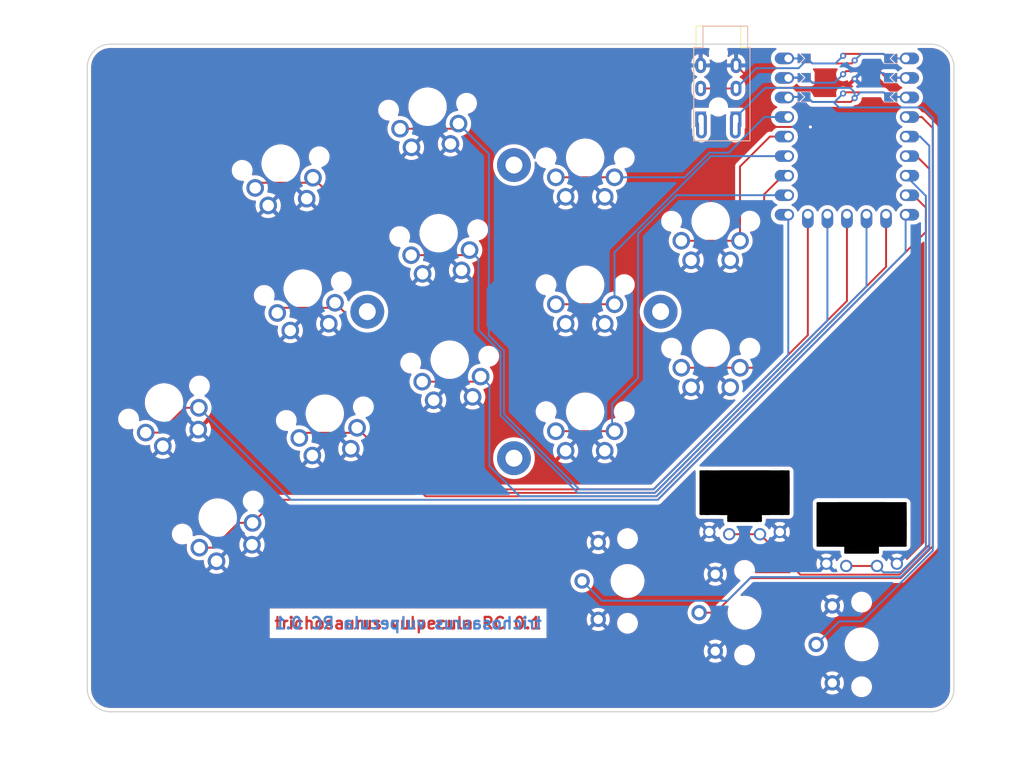
<source format=kicad_pcb>
(kicad_pcb (version 20211014) (generator pcbnew)
  (title_block (title "berylline_mx_min") (rev "v1.0.0") (company "Unknown"))
  (layers (0 "F.Cu" signal) (31 "B.Cu" signal) (34 "B.Paste" user) (35 "F.Paste" user) (36 "B.SilkS" user "B.Silkscreen") (37 "F.SilkS" user "F.Silkscreen") (38 "B.Mask" user) (39 "F.Mask" user) (44 "Edge.Cuts" user))
  (net 0 "")
  (net 1 "GND")
  (net 2 "matrix_pinky_home")
  (net 3 "matrix_pinky_top")
  (net 4 "matrix_ring_bottom")
  (net 5 "matrix_ring_home")
  (net 6 "matrix_ring_top")
  (net 7 "matrix_middle_bottom")
  (net 8 "matrix_middle_home")
  (net 9 "matrix_middle_top")
  (net 10 "matrix_index_bottom")
  (net 11 "matrix_index_home")
  (net 12 "matrix_index_top")
  (net 13 "matrix_inner_home")
  (net 14 "matrix_inner_top")
  (net 15 "thumb_tucky")
  (net 16 "thumb_homey")
  (net 17 "thumb_reachy")
  (net 18 "thumb_homey_chord")
  (net 19 "thumb_reachy_chord")
  (net 20 "SERIAL")
  (net 21 "VCC")
  (net 22 "P23")
  (net 23 "P2")
  (footprint "" (layer "F.Cu") (at 251 112.25)
    (fp_text reference "")
    (fp_text value "")
  )
  (footprint "MX" (layer "F.Cu") (at 198.469904 135.301277 -175)
    (fp_text reference "S7" hide)
    (fp_text value "" hide)
  )
  (footprint "MX" (layer "F.Cu") (at 197.031834 118.864065 -175)
    (fp_text reference "S8" hide)
    (fp_text value "" hide)
  )
  (footprint "" (layer "F.Cu") (at 246.516332 117.60052 90)
    (fp_text reference "")
    (fp_text value "")
  )
  (footprint "" (layer "F.Cu") (at 251 117.146671)
    (fp_text reference "")
    (fp_text value "")
  )
  (footprint "MX" (layer "F.Cu") (at 180.81781 142.507784 -170)
    (fp_text reference "S4" hide)
    (fp_text value "" hide)
  )
  (footprint "" (layer "F.Cu") (at 257.622723 117.603329 -90)
    (fp_text reference "")
    (fp_text value "")
  )
  (footprint "" (layer "F.Cu") (at 258.122723 115.103329 -90)
    (fp_text reference "")
    (fp_text value "")
  )
  (footprint "" (layer "F.Cu") (at 246.540332 115.10052 90)
    (fp_text reference "")
    (fp_text value "")
  )
  (footprint "" (layer "F.Cu") (at 256.598723 115.103329 -90)
    (fp_text reference "")
    (fp_text value "")
  )
  (footprint "MX" (layer "F.Cu") (at 169.775416 172.261445 -155)
    (fp_text reference "S1" hide)
    (fp_text value "" hide)
  )
  (footprint "pg1350:pg1350-RS" (layer "F.Cu") (at 223 180.5 90)
    (fp_text reference "REF**" hide)
    (fp_text value "pg1350-RS")
  )
  (footprint "mcu:rp2040-zero-tht" (layer "F.Cu") (at 251.5 122.75)
    (fp_text reference "U?" hide)
    (fp_text value "rp2040-zero-tht" hide)
  )
  (footprint "" (layer "F.Cu") (at 252.5 117.75)
    (fp_text reference "")
    (fp_text value "")
  )
  (footprint "kbd:Tenting_Puck2" (layer "F.Cu") (at 208.25 145.5)
    (fp_text reference "REF**")
    (fp_text value "Tenting Puck")
  )
  (footprint "MX" (layer "F.Cu") (at 217.5 158.5 180)
    (fp_text reference "S9" hide)
    (fp_text value "" hide)
  )
  (footprint "MX" (layer "F.Cu") (at 233.8 150.25 180)
    (fp_text reference "S12" hide)
    (fp_text value "" hide)
  )
  (footprint "" (layer "F.Cu") (at 256.622723 112.603329 -90)
    (fp_text reference "")
    (fp_text value "")
  )
  (footprint "" (layer "F.Cu") (at 257.638723 112.603329 -90)
    (fp_text reference "")
    (fp_text value "")
  )
  (footprint "" (layer "F.Cu") (at 245.500332 117.60052 90)
    (fp_text reference "")
    (fp_text value "")
  )
  (footprint "" (layer "F.Cu") (at 258.146723 112.603329 -90)
    (fp_text reference "")
    (fp_text value "")
  )
  (footprint "MX" (layer "F.Cu") (at 183.683005 158.757112 -170)
    (fp_text reference "S3" hide)
    (fp_text value "" hide)
  )
  (footprint "local-libraries:Jack_3.5mm_PJ320E_Horizontal_reversible" (layer "F.Cu") (at 232.5 120.5)
    (fp_text reference "J2" hide)
    (fp_text value "Serial")
  )
  (footprint "" (layer "F.Cu") (at 246.532332 112.60052 90)
    (fp_text reference "")
    (fp_text value "")
  )
  (footprint "pg1350:pg1350-RS" (layer "F.Cu") (at 238.2 184.625 90)
    (fp_text reference "REF**" hide)
    (fp_text value "pg1350-RS")
  )
  (footprint "" (layer "F.Cu") (at 258.130723 117.603329 -90)
    (fp_text reference "")
    (fp_text value "")
  )
  (footprint "MX" (layer "F.Cu") (at 199.907974 151.73849 -175)
    (fp_text reference "S6" hide)
    (fp_text value "" hide)
  )
  (footprint "pg1232:pg1232-pm" (layer "F.Cu") (at 253.403335 173.154411)
    (fp_text reference "REF**" hide)
    (fp_text value "pg1232-pm")
  )
  (footprint "" (layer "F.Cu") (at 256.606723 117.603329 -90)
    (fp_text reference "")
    (fp_text value "")
  )
  (footprint "" (layer "F.Cu") (at 244.992332 117.60052 90)
    (fp_text reference "")
    (fp_text value "")
  )
  (footprint "" (layer "F.Cu") (at 251 114.646671)
    (fp_text reference "")
    (fp_text value "")
  )
  (footprint "" (layer "F.Cu") (at 252.5 115.25)
    (fp_text reference "")
    (fp_text value "")
  )
  (footprint "" (layer "F.Cu") (at 245.524332 115.10052 90)
    (fp_text reference "")
    (fp_text value "")
  )
  (footprint "" (layer "F.Cu") (at 245.016332 115.10052 90)
    (fp_text reference "")
    (fp_text value "")
  )
  (footprint "" (layer "F.Cu") (at 245.008332 112.60052 90)
    (fp_text reference "")
    (fp_text value "")
  )
  (footprint "MX" (layer "F.Cu") (at 217.5 125.5 180)
    (fp_text reference "S11" hide)
    (fp_text value "" hide)
  )
  (footprint "MX" (layer "F.Cu") (at 162.802215 157.307366 -155)
    (fp_text reference "S2" hide)
    (fp_text value "" hide)
  )
  (footprint "" (layer "F.Cu") (at 252.5 112.853329)
    (fp_text reference "")
    (fp_text value "")
  )
  (footprint "MX" (layer "F.Cu") (at 233.8 133.75 180)
    (fp_text reference "S13" hide)
    (fp_text value "" hide)
  )
  (footprint "MX" (layer "F.Cu") (at 177.952615 126.258456 -170)
    (fp_text reference "S5" hide)
    (fp_text value "" hide)
  )
  (footprint "MX" (layer "F.Cu") (at 217.5 142 180)
    (fp_text reference "S10" hide)
    (fp_text value "" hide)
  )
  (footprint "pg1232:pg1232-pm" (layer "F.Cu") (at 238.203335 169.029411)
    (fp_text reference "REF**" hide)
    (fp_text value "pg1232-pm")
  )
  (footprint "pg1350:pg1350-RS" (layer "F.Cu") (at 253.4 188.75 90)
    (fp_text reference "REF**" hide)
    (fp_text value "pg1350-RS")
  )
  (footprint "" (layer "F.Cu") (at 257.614723 115.103329 -90)
    (fp_text reference "")
    (fp_text value "")
  )
  (footprint "" (layer "F.Cu") (at 245.516332 112.60052 90)
    (fp_text reference "")
    (fp_text value "")
  )
  (footprint "" (layer "B.Cu") (at 244.976 112.588363 -90)
    (fp_text reference "")
    (fp_text value "")
  )
  (footprint "" (layer "B.Cu") (at 245.508 115.088363 -90)
    (fp_text reference "")
    (fp_text value "")
  )
  (footprint "" (layer "B.Cu") (at 256.585 115.10052 90)
    (fp_text reference "")
    (fp_text value "")
  )
  (footprint "" (layer "B.Cu") (at 257.625 117.60052 90)
    (fp_text reference "")
    (fp_text value "")
  )
  (footprint "" (layer "B.Cu") (at 257.609 112.60052 90)
    (fp_text reference "")
    (fp_text value "")
  )
  (footprint "" (layer "B.Cu") (at 246.5 112.588363 -90)
    (fp_text reference "")
    (fp_text value "")
  )
  (footprint "" (layer "B.Cu") (at 244.992 117.588363 -90)
    (fp_text reference "")
    (fp_text value "")
  )
  (footprint "" (layer "B.Cu") (at 245.484 112.588363 -90)
    (fp_text reference "")
    (fp_text value "")
  )
  (footprint "" (layer "B.Cu") (at 258.117 112.60052 90)
    (fp_text reference "")
    (fp_text value "")
  )
  (footprint "" (layer "B.Cu") (at 258.109 115.10052 90)
    (fp_text reference "")
    (fp_text value "")
  )
  (footprint "" (layer "B.Cu") (at 245.5 117.588363 -90)
    (fp_text reference "")
    (fp_text value "")
  )
  (footprint "" (layer "B.Cu") (at 246.524 115.088363 -90)
    (fp_text reference "")
    (fp_text value "")
  )
  (footprint "" (layer "B.Cu") (at 257.601 115.10052 90)
    (fp_text reference "")
    (fp_text value "")
  )
  (footprint "" (layer "B.Cu") (at 256.593 112.60052 90)
    (fp_text reference "")
    (fp_text value "")
  )
  (footprint "" (layer "B.Cu") (at 246.516 117.588363 -90)
    (fp_text reference "")
    (fp_text value "")
  )
  (footprint "" (layer "B.Cu") (at 258.133 117.60052 90)
    (fp_text reference "")
    (fp_text value "")
  )
  (footprint "" (layer "B.Cu") (at 245 115.088363 -90)
    (fp_text reference "")
    (fp_text value "")
  )
  (footprint "" (layer "B.Cu") (at 256.609 117.60052 90)
    (fp_text reference "")
    (fp_text value "")
  )
  (gr_line (start 262.4 197.5) (end 155.83527 197.5) (layer "Edge.Cuts") (width 0.15))
  (gr_line (start 155.83527 110.738936) (end 262.4 110.738936) (layer "Edge.Cuts") (width 0.15))
  (gr_arc (start 265.4 194.5) (mid 264.52132 196.62132) (end 262.4 197.5) (layer "Edge.Cuts") (width 0.15))
  (gr_line (start 265.4 113.738936) (end 265.4 194.5) (layer "Edge.Cuts") (width 0.15))
  (gr_line (start 152.83527 194.5) (end 152.83527 113.738936) (layer "Edge.Cuts") (width 0.15))
  (gr_arc (start 262.4 110.738936) (mid 264.521308 111.617618) (end 265.4 113.738936) (layer "Edge.Cuts") (width 0.15))
  (gr_arc (start 155.83527 197.5) (mid 153.71395 196.62132) (end 152.83527 194.5) (layer "Edge.Cuts") (width 0.15))
  (gr_arc (start 152.83527 113.738936) (mid 153.713958 111.617624) (end 155.83527 110.738936) (layer "Edge.Cuts") (width 0.15))
  (gr_text "trichosaurus vulpecula RC 0.1" (at 194.5 186) (layer "F.Cu") (effects (font (size 1.5 1.5) (thickness 0.3))))
  (gr_text "trichosaurus vulpecula RC 0.1" (at 194.5 186) (layer "B.Cu") (effects (font (size 1.5 1.5) (thickness 0.3)) (justify mirror)))
  (segment (start 246.540332 115.290332) (end 247 115.75) (width 0.25) (layer "F.Cu") (net 1))
  (segment (start 248.091339 116.408661) (end 240.008661 116.408661) (width 0.25) (layer "F.Cu") (net 1))
  (segment (start 246.75 121.5) (end 240.75 121.5) (width 0.25) (layer "F.Cu") (net 1))
  (segment (start 248.75 115.75) (end 248.091339 116.408661) (width 0.25) (layer "F.Cu") (net 1))
  (segment (start 246.540332 115.10052) (end 246.540332 115.290332) (width 0.25) (layer "F.Cu") (net 1))
  (segment (start 247 115.75) (end 248.75 115.75) (width 0.25) (layer "F.Cu") (net 1))
  (segment (start 240.008661 116.408661) (end 237.1 113.5) (width 0.25) (layer "F.Cu") (net 1))
  (segment (start 248.75 115.75) (end 252 115.75) (width 0.25) (layer "F.Cu") (net 1))
  (segment (start 232.5 113.5) (end 237.1 113.5) (width 0.25) (layer "F.Cu") (net 1))
  (segment (start 252 115.75) (end 252.5 115.25) (width 0.25) (layer "F.Cu") (net 1))
  (via (at 246.75 121.5) (size 0.8) (drill 0.4) (layers "F.Cu" "B.Cu") (net 1))
  (segment (start 256.25 114.5) (end 253.25 114.5) (width 0.25) (layer "B.Cu") (net 1))
  (segment (start 256.585 115.10052) (end 256.585 114.835) (width 0.25) (layer "B.Cu") (net 1))
  (segment (start 256.585 114.835) (end 256.25 114.5) (width 0.25) (layer "B.Cu") (net 1))
  (segment (start 253.25 114.5) (end 252.5 115.25) (width 0.25) (layer "B.Cu") (net 1))
  (segment (start 169.212673 176.173642) (end 172.433024 172.953291) (width 0.25) (layer "F.Cu") (net 2))
  (segment (start 177.30567 169.94952) (end 226.936198 169.94952) (width 0.25) (layer "F.Cu") (net 2))
  (segment (start 172.433024 172.953291) (end 174.301899 172.953291) (width 0.25) (layer "F.Cu") (net 2))
  (segment (start 261.75 132) (end 260.12 130.37) (width 0.25) (layer "F.Cu") (net 2))
  (segment (start 260.12 130.37) (end 259.12 130.37) (width 0.25) (layer "F.Cu") (net 2))
  (segment (start 167.395834 176.173642) (end 169.212673 176.173642) (width 0.25) (layer "F.Cu") (net 2))
  (segment (start 261.75 135.135718) (end 261.75 132) (width 0.25) (layer "F.Cu") (net 2))
  (segment (start 226.936198 169.94952) (end 261.75 135.135718) (width 0.25) (layer "F.Cu") (net 2))
  (segment (start 174.301899 172.953291) (end 177.30567 169.94952) (width 0.25) (layer "F.Cu") (net 2))
  (segment (start 162.239472 161.219563) (end 165.459823 157.999212) (width 0.25) (layer "F.Cu") (net 3))
  (segment (start 160.422633 161.219563) (end 162.239472 161.219563) (width 0.25) (layer "F.Cu") (net 3))
  (segment (start 165.459823 157.999212) (end 167.328698 157.999212) (width 0.25) (layer "F.Cu") (net 3))
  (segment (start 226.936198 169.94952) (end 259.12 137.765718) (width 0.25) (layer "B.Cu") (net 3))
  (segment (start 259.12 137.765718) (end 259.12 132.91) (width 0.25) (layer "B.Cu") (net 3))
  (segment (start 179.279006 169.94952) (end 226.936198 169.94952) (width 0.25) (layer "B.Cu") (net 3))
  (segment (start 167.328698 157.999212) (end 179.279006 169.94952) (width 0.25) (layer "B.Cu") (net 3))
  (segment (start 187.876189 160.596924) (end 196.779265 169.5) (width 0.25) (layer "F.Cu") (net 4))
  (segment (start 187.223113 161.25) (end 181.042077 161.25) (width 0.25) (layer "F.Cu") (net 4))
  (segment (start 187.876189 160.596924) (end 187.223113 161.25) (width 0.25) (layer "F.Cu") (net 4))
  (segment (start 181.042077 161.25) (end 180.371954 161.920123) (width 0.25) (layer "F.Cu") (net 4))
  (segment (start 226.75 169.5) (end 256.58 139.67) (width 0.25) (layer "F.Cu") (net 4))
  (segment (start 196.779265 169.5) (end 226.75 169.5) (width 0.25) (layer "F.Cu") (net 4))
  (segment (start 256.58 139.67) (end 256.58 132.91) (width 0.25) (layer "F.Cu") (net 4))
  (segment (start 190.25 162.335017) (end 196.957492 169.042509) (width 0.25) (layer "F.Cu") (net 5))
  (segment (start 184.35859 145) (end 178.177554 145) (width 0.25) (layer "F.Cu") (net 5))
  (segment (start 185.010994 144.347596) (end 184.35859 145) (width 0.25) (layer "F.Cu") (net 5))
  (segment (start 186.25 148.75) (end 190.25 152.75) (width 0.25) (layer "F.Cu") (net 5))
  (segment (start 251.5 144.114282) (end 251.5 132.91) (width 0.25) (layer "F.Cu") (net 5))
  (segment (start 185.010994 144.347596) (end 186.25 145.586602) (width 0.25) (layer "F.Cu") (net 5))
  (segment (start 196.965463 169.05048) (end 226.563802 169.05048) (width 0.25) (layer "F.Cu") (net 5))
  (segment (start 226.563802 169.05048) (end 251.5 144.114282) (width 0.25) (layer "F.Cu") (net 5))
  (segment (start 190.25 152.75) (end 190.25 162.335017) (width 0.25) (layer "F.Cu") (net 5))
  (segment (start 186.25 145.586602) (end 186.25 148.75) (width 0.25) (layer "F.Cu") (net 5))
  (segment (start 178.177554 145) (end 177.506759 145.670795) (width 0.25) (layer "F.Cu") (net 5))
  (segment (start 181.494067 128.75) (end 175.313031 128.75) (width 0.25) (layer "F.Cu") (net 6))
  (segment (start 182.145799 128.098268) (end 181.494067 128.75) (width 0.25) (layer "F.Cu") (net 6))
  (segment (start 182.145799 128.098268) (end 192.75 138.702469) (width 0.25) (layer "F.Cu") (net 6))
  (segment (start 192.75 143.5) (end 192.75 164.199299) (width 0.25) (layer "F.Cu") (net 6))
  (segment (start 192.75 164.199299) (end 197.151661 168.60096) (width 0.25) (layer "F.Cu") (net 6))
  (segment (start 192.75 138.702469) (end 192.75 143.5) (width 0.25) (layer "F.Cu") (net 6))
  (segment (start 226.377604 168.60096) (end 246.42 148.558564) (width 0.25) (layer "F.Cu") (net 6))
  (segment (start 246.42 148.558564) (end 246.42 132.91) (width 0.25) (layer "F.Cu") (net 6))
  (segment (start 197.151661 168.60096) (end 226.377604 168.60096) (width 0.25) (layer "F.Cu") (net 6))
  (segment (start 175.313031 128.75) (end 174.641564 129.421467) (width 0.25) (layer "F.Cu") (net 6))
  (segment (start 196.333848 154.600888) (end 203.260724 154.600888) (width 0.25) (layer "F.Cu") (net 7))
  (segment (start 203.260724 154.600888) (end 203.924851 153.936761) (width 0.25) (layer "F.Cu") (net 7))
  (segment (start 254.04 142.21) (end 254.04 132.91) (width 0.25) (layer "B.Cu") (net 7))
  (segment (start 209 169.5) (end 226.75 169.5) (width 0.25) (layer "B.Cu") (net 7))
  (segment (start 205.067851 165.567851) (end 209 169.5) (width 0.25) (layer "B.Cu") (net 7))
  (segment (start 205.067851 155.079761) (end 205.067851 165.567851) (width 0.25) (layer "B.Cu") (net 7))
  (segment (start 203.924851 153.936761) (end 205.067851 155.079761) (width 0.25) (layer "B.Cu") (net 7))
  (segment (start 226.75 169.5) (end 254.04 142.21) (width 0.25) (layer "B.Cu") (net 7))
  (segment (start 201.822654 138.163675) (end 202.486781 137.499548) (width 0.25) (layer "F.Cu") (net 8))
  (segment (start 194.895778 138.163675) (end 201.822654 138.163675) (width 0.25) (layer "F.Cu") (net 8))
  (segment (start 206.5 150.75) (end 206.5 159) (width 0.25) (layer "B.Cu") (net 8))
  (segment (start 206.5 159) (end 216.55048 169.05048) (width 0.25) (layer "B.Cu") (net 8))
  (segment (start 203.629781 147.879781) (end 206.5 150.75) (width 0.25) (layer "B.Cu") (net 8))
  (segment (start 248.96 146.654282) (end 248.96 132.91) (width 0.25) (layer "B.Cu") (net 8))
  (segment (start 216.55048 169.05048) (end 226.563802 169.05048) (width 0.25) (layer "B.Cu") (net 8))
  (segment (start 202.486781 137.499548) (end 203.629781 138.642548) (width 0.25) (layer "B.Cu") (net 8))
  (segment (start 203.629781 138.642548) (end 203.629781 147.879781) (width 0.25) (layer "B.Cu") (net 8))
  (segment (start 226.563802 169.05048) (end 248.96 146.654282) (width 0.25) (layer "B.Cu") (net 8))
  (segment (start 200.384584 121.726463) (end 201.048711 121.062336) (width 0.25) (layer "F.Cu") (net 9))
  (segment (start 193.457708 121.726463) (end 200.384584 121.726463) (width 0.25) (layer "F.Cu") (net 9))
  (segment (start 216.736678 168.60096) (end 206.94952 158.813802) (width 0.25) (layer "B.Cu") (net 9))
  (segment (start 205 148.614283) (end 205 125.013625) (width 0.25) (layer "B.Cu") (net 9))
  (segment (start 243.88 151.098564) (end 226.377604 168.60096) (width 0.25) (layer "B.Cu") (net 9))
  (segment (start 206.94952 150.563802) (end 205 148.614283) (width 0.25) (layer "B.Cu") (net 9))
  (segment (start 243.88 132.91) (end 243.88 151.098564) (width 0.25) (layer "B.Cu") (net 9))
  (segment (start 206.94952 158.813802) (end 206.94952 150.563802) (width 0.25) (layer "B.Cu") (net 9))
  (segment (start 205 125.013625) (end 201.048711 121.062336) (width 0.25) (layer "B.Cu") (net 9))
  (segment (start 226.377604 168.60096) (end 216.736678 168.60096) (width 0.25) (layer "B.Cu") (net 9))
  (segment (start 213.69 161.04) (end 221.31 161.04) (width 0.25) (layer "F.Cu") (net 10))
  (segment (start 224.375 135.375) (end 224.375 154.125) (width 0.25) (layer "B.Cu") (net 10))
  (segment (start 243.88 130.37) (end 229.38 130.37) (width 0.25) (layer "B.Cu") (net 10))
  (segment (start 224.375 154.125) (end 221 157.5) (width 0.25) (layer "B.Cu") (net 10))
  (segment (start 229.38 130.37) (end 224.375 135.375) (width 0.25) (layer "B.Cu") (net 10))
  (segment (start 221 157.5) (end 221 160.73) (width 0.25) (layer "B.Cu") (net 10))
  (segment (start 221 160.73) (end 221.31 161.04) (width 0.25) (layer "B.Cu") (net 10))
  (segment (start 213.69 144.54) (end 221.31 144.54) (width 0.25) (layer "F.Cu") (net 11))
  (segment (start 221.31 137.804282) (end 226.30048 132.813802) (width 0.25) (layer "B.Cu") (net 11))
  (segment (start 221.31 144.54) (end 221.31 137.804282) (width 0.25) (layer "B.Cu") (net 11))
  (segment (start 226.30048 132.813803) (end 233.824283 125.29) (width 0.25) (layer "B.Cu") (net 11))
  (segment (start 233.824283 125.29) (end 243.88 125.29) (width 0.25) (layer "B.Cu") (net 11))
  (segment (start 213.69 128.04) (end 221.31 128.04) (width 0.25) (layer "F.Cu") (net 12))
  (segment (start 221.31 128.04) (end 230.438565 128.04) (width 0.25) (layer "B.Cu") (net 12))
  (segment (start 233.638086 124.84048) (end 236.15952 124.84048) (width 0.25) (layer "B.Cu") (net 12))
  (segment (start 240.79 120.21) (end 243.88 120.21) (width 0.25) (layer "B.Cu") (net 12))
  (segment (start 236.15952 124.84048) (end 240.79 120.21) (width 0.25) (layer "B.Cu") (net 12))
  (segment (start 230.438565 128.04) (end 233.638086 124.84048) (width 0.25) (layer "B.Cu") (net 12))
  (segment (start 229.99 152.79) (end 237.61 152.79) (width 0.25) (layer "F.Cu") (net 13))
  (segment (start 243.17 127.83) (end 243.88 127.83) (width 0.25) (layer "F.Cu") (net 13))
  (segment (start 239.226446 152.79) (end 240.75 151.266446) (width 0.25) (layer "F.Cu") (net 13))
  (segment (start 240.75 151.266446) (end 240.75 146.5) (width 0.25) (layer "F.Cu") (net 13))
  (segment (start 237.61 152.79) (end 239.226446 152.79) (width 0.25) (layer "F.Cu") (net 13))
  (segment (start 240.75 146.646992) (end 240.75 130.25) (width 0.25) (layer "F.Cu") (net 13))
  (segment (start 240.75 130.25) (end 243.17 127.83) (width 0.25) (layer "F.Cu") (net 13))
  (segment (start 237.61 136.29) (end 237.61 126.64) (width 0.25) (layer "F.Cu") (net 14))
  (segment (start 241.5 122.75) (end 243.88 122.75) (width 0.25) (layer "F.Cu") (net 14))
  (segment (start 237.61 126.64) (end 241.5 122.75) (width 0.25) (layer "F.Cu") (net 14))
  (segment (start 229.99 136.29) (end 237.61 136.29) (width 0.25) (layer "F.Cu") (net 14))
  (segment (start 262.19952 176.264244) (end 262.19952 123.94952) (width 0.25) (layer "B.Cu") (net 15))
  (segment (start 262.19952 123.94952) (end 261 122.75) (width 0.25) (layer "B.Cu") (net 15))
  (segment (start 235.986143 183.070592) (end 239.056735 180) (width 0.25) (layer "B.Cu") (net 15))
  (segment (start 261 122.75) (end 259.12 122.75) (width 0.25) (layer "B.Cu") (net 15))
  (segment (start 258.463764 180) (end 262.19952 176.264244) (width 0.25) (layer "B.Cu") (net 15))
  (segment (start 219.670592 183.070592) (end 235.986143 183.070592) (width 0.25) (layer "B.Cu") (net 15))
  (segment (start 239.056735 180) (end 258.463764 180) (width 0.25) (layer "B.Cu") (net 15))
  (segment (start 217.1 180.5) (end 219.670592 183.070592) (width 0.25) (layer "B.Cu") (net 15))
  (segment (start 261.21 120.21) (end 259.12 120.21) (width 0.25) (layer "F.Cu") (net 16))
  (segment (start 232.3 184.625) (end 234.431735 184.625) (width 0.25) (layer "F.Cu") (net 16))
  (segment (start 234.431735 184.625) (end 238.928293 180.128442) (width 0.25) (layer "F.Cu") (net 16))
  (segment (start 238.928293 180.128442) (end 258.507275 180.128442) (width 0.25) (layer "F.Cu") (net 16))
  (segment (start 262.64904 175.986677) (end 262.64904 121.64904) (width 0.25) (layer "F.Cu") (net 16))
  (segment (start 258.507275 180.128442) (end 262.64904 175.986677) (width 0.25) (layer "F.Cu") (net 16))
  (segment (start 262.64904 121.64904) (end 261.21 120.21) (width 0.25) (layer "F.Cu") (net 16))
  (segment (start 251.146671 117) (end 251 117.146671) (width 0.25) (layer "F.Cu") (net 17))
  (segment (start 256.606723 117.603329) (end 256.606723 117.356723) (width 0.25) (layer "F.Cu") (net 17))
  (segment (start 256.606723 117.356723) (end 256.25 117) (width 0.25) (layer "F.Cu") (net 17))
  (segment (start 256.25 117) (end 251.146671 117) (width 0.25) (layer "F.Cu") (net 17))
  (segment (start 247 118.25) (end 249.896671 118.25) (width 0.25) (layer "B.Cu") (net 17))
  (segment (start 259.12 117.67) (end 259.12 117.6904) (width 0.25) (layer "B.Cu") (net 17))
  (segment (start 249.896671 118.396671) (end 250.465684 118.965684) (width 0.25) (layer "B.Cu") (net 17))
  (segment (start 249.896671 118.25) (end 251 117.146671) (width 0.25) (layer "B.Cu") (net 17))
  (segment (start 246.516 117.766) (end 247 118.25) (width 0.25) (layer "B.Cu") (net 17))
  (segment (start 249.896671 118.25) (end 249.896671 118.396671) (width 0.25) (layer "B.Cu") (net 17))
  (segment (start 250.465684 118.965684) (end 261.317624 118.965684) (width 0.25) (layer "B.Cu") (net 17))
  (segment (start 262.64904 120.297003) (end 261.317581 118.965544) (width 0.25) (layer "B.Cu") (net 17))
  (segment (start 246.516 117.588363) (end 246.516 117.766) (width 0.25) (layer "B.Cu") (net 17))
  (segment (start 262.64904 176.567143) (end 262.64904 120.297003) (width 0.25) (layer "B.Cu") (net 17))
  (segment (start 253.466183 185.75) (end 262.64904 176.567143) (width 0.25) (layer "B.Cu") (net 17))
  (segment (start 247.5 188.75) (end 250.5 185.75) (width 0.25) (layer "B.Cu") (net 17))
  (segment (start 250.5 185.75) (end 253.466183 185.75) (width 0.25) (layer "B.Cu") (net 17))
  (segment (start 260.54 125.29) (end 259.12 125.29) (width 0.25) (layer "F.Cu") (net 18))
  (segment (start 262.19952 126.94952) (end 260.54 125.29) (width 0.25) (layer "F.Cu") (net 18))
  (segment (start 245.452846 179.678922) (end 258.321078 179.678922) (width 0.25) (layer "F.Cu") (net 18))
  (segment (start 236.203335 174.429411) (end 240.203335 174.429411) (width 0.25) (layer "F.Cu") (net 18))
  (segment (start 240.203335 174.429411) (end 245.452846 179.678922) (width 0.25) (layer "F.Cu") (net 18))
  (segment (start 258.321078 179.678922) (end 262.19952 175.80048) (width 0.25) (layer "F.Cu") (net 18))
  (segment (start 262.19952 175.80048) (end 262.19952 126.94952) (width 0.25) (layer "F.Cu") (net 18))
  (segment (start 251.403335 178.554411) (end 255.403335 178.554411) (width 0.25) (layer "F.Cu") (net 19))
  (segment (start 259.12 127.83) (end 261.75 130.46) (width 0.25) (layer "B.Cu") (net 19))
  (segment (start 261.75 176.078046) (end 258.449124 179.378922) (width 0.25) (layer "B.Cu") (net 19))
  (segment (start 256.227846 179.378922) (end 255.403335 178.554411) (width 0.25) (layer "B.Cu") (net 19))
  (segment (start 258.449124 179.378922) (end 256.227846 179.378922) (width 0.25) (layer "B.Cu") (net 19))
  (segment (start 261.75 130.46) (end 261.75 176.078046) (width 0.25) (layer "B.Cu") (net 19))
  (segment (start 256.622723 112.372723) (end 256.25 112) (width 0.25) (layer "F.Cu") (net 20))
  (segment (start 256.622723 112.603329) (end 256.622723 112.372723) (width 0.25) (layer "F.Cu") (net 20))
  (segment (start 251.25 112) (end 251 112.25) (width 0.25) (layer "F.Cu") (net 20))
  (segment (start 256.25 112) (end 251.25 112) (width 0.25) (layer "F.Cu") (net 20))
  (segment (start 232.5 116.5) (end 237.1 116.5) (width 0.25) (layer "F.Cu") (net 20))
  (segment (start 246.5 112.75) (end 247 113.25) (width 0.25) (layer "B.Cu") (net 20))
  (segment (start 250 113.25) (end 251 112.25) (width 0.25) (layer "B.Cu") (net 20))
  (segment (start 245.228985 113.859378) (end 246.5 112.588363) (width 0.25) (layer "B.Cu") (net 20))
  (segment (start 239.740622 113.859378) (end 245.228985 113.859378) (width 0.25) (layer "B.Cu") (net 20))
  (segment (start 248.5 113.25) (end 250 113.25) (width 0.25) (layer "B.Cu") (net 20))
  (segment (start 247.5 113.25) (end 248.5 113.25) (width 0.25) (layer "B.Cu") (net 20))
  (segment (start 247 113.25) (end 247.5 113.25) (width 0.25) (layer "B.Cu") (net 20))
  (segment (start 246.5 112.588363) (end 246.5 112.75) (width 0.25) (layer "B.Cu") (net 20))
  (segment (start 239.740622 113.859378) (end 237.1 116.5) (width 0.25) (layer "B.Cu") (net 20))
  (segment (start 246.516332 117.60052) (end 246.516332 117.766332) (width 0.25) (layer "F.Cu") (net 21))
  (segment (start 246.516332 117.766332) (end 247 118.25) (width 0.25) (layer "F.Cu") (net 21))
  (segment (start 247 118.25) (end 252 118.25) (width 0.25) (layer "F.Cu") (net 21))
  (segment (start 252 118.25) (end 252.5 117.75) (width 0.25) (layer "F.Cu") (net 21))
  (segment (start 252.5 117) (end 251.92216 116.42216) (width 0.25) (layer "B.Cu") (net 21))
  (segment (start 256.609 117.60052) (end 256.609 117.359) (width 0.25) (layer "B.Cu") (net 21))
  (segment (start 252.5 117.75) (end 252.5 117) (width 0.25) (layer "B.Cu") (net 21))
  (segment (start 251.92216 116.42216) (end 240.87784 116.42216) (width 0.25) (layer "B.Cu") (net 21))
  (segment (start 240.87784 116.42216) (end 237.1 120.2) (width 0.25) (layer "B.Cu") (net 21))
  (segment (start 253.25 117) (end 252.5 117.75) (width 0.25) (layer "B.Cu") (net 21))
  (segment (start 237.1 120.2) (end 237.1 120.5) (width 0.25) (layer "B.Cu") (net 21))
  (segment (start 256.25 117) (end 253.25 117) (width 0.25) (layer "B.Cu") (net 21))
  (segment (start 256.609 117.359) (end 256.25 117) (width 0.25) (layer "B.Cu") (net 21))
  (segment (start 252.103329 113.25) (end 252.5 112.853329) (width 0.25) (layer "F.Cu") (net 22))
  (segment (start 247 113.25) (end 252.103329 113.25) (width 0.25) (layer "F.Cu") (net 22))
  (segment (start 246.532332 112.60052) (end 246.532332 112.782332) (width 0.25) (layer "F.Cu") (net 22))
  (segment (start 246.532332 112.782332) (end 247 113.25) (width 0.25) (layer "F.Cu") (net 22))
  (segment (start 256.593 112.60052) (end 256.593 112.343) (width 0.25) (layer "B.Cu") (net 22))
  (segment (start 253.353329 112) (end 252.5 112.853329) (width 0.25) (layer "B.Cu") (net 22))
  (segment (start 256.25 112) (end 253.353329 112) (width 0.25) (layer "B.Cu") (net 22))
  (segment (start 256.593 112.343) (end 256.25 112) (width 0.25) (layer "B.Cu") (net 22))
  (segment (start 255.742065 114.246671) (end 251.4 114.246671) (width 0.25) (layer "F.Cu") (net 23))
  (segment (start 251.4 114.246671) (end 251 114.646671) (width 0.25) (layer "F.Cu") (net 23))
  (segment (start 256.598723 115.103329) (end 255.742065 114.246671) (width 0.25) (layer "F.Cu") (net 23))
  (segment (start 249.896671 115.75) (end 251 114.646671) (width 0.25) (layer "B.Cu") (net 23))
  (segment (start 247 115.75) (end 249.896671 115.75) (width 0.25) (layer "B.Cu") (net 23))
  (segment (start 246.524 115.088363) (end 246.524 115.274) (width 0.25) (layer "B.Cu") (net 23))
  (segment (start 246.524 115.274) (end 247 115.75) (width 0.25) (layer "B.Cu") (net 23))
  (zone (net 1) (net_name "GND") (layers F&B.Cu) (connect_pads (clearance 0.508)) (min_thickness 0.254) (fill yes (thermal_gap 0.508) (thermal_bridge_width 0.508))
    (polygon (pts (xy 272 203.5) (xy 141.75 206.75) (xy 141.5 106) (xy 274.5 105)))
  )
)
</source>
